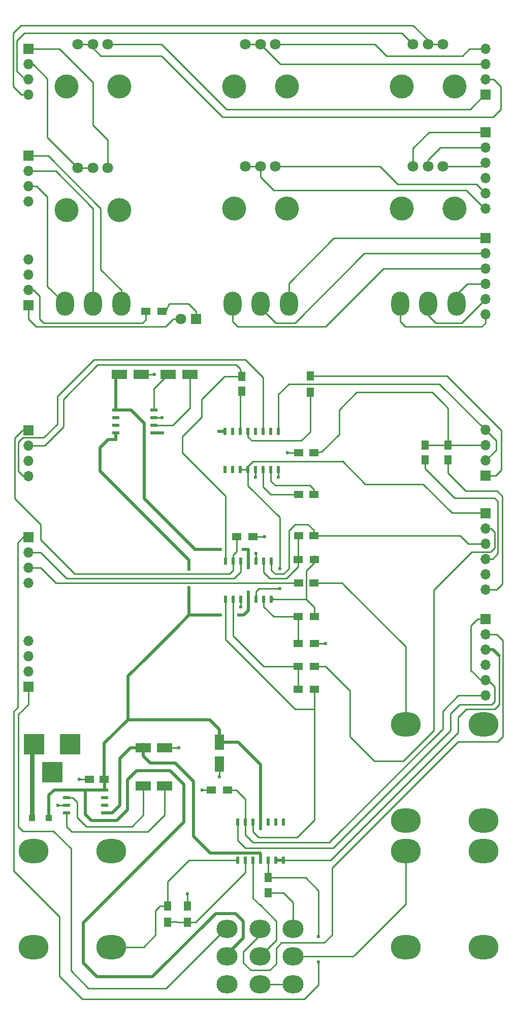
<source format=gbr>
G04 #@! TF.FileFunction,Copper,L1,Top,Signal*
%FSLAX46Y46*%
G04 Gerber Fmt 4.6, Leading zero omitted, Abs format (unit mm)*
G04 Created by KiCad (PCBNEW 4.0.7) date Sunday, 08 April 2018 'PMt' 12:22:29*
%MOMM*%
%LPD*%
G01*
G04 APERTURE LIST*
%ADD10C,0.100000*%
%ADD11R,2.600000X1.600000*%
%ADD12R,1.500000X1.250000*%
%ADD13R,1.250000X1.500000*%
%ADD14C,1.800000*%
%ADD15C,4.000000*%
%ADD16R,1.100000X1.100000*%
%ADD17R,1.800000X1.800000*%
%ADD18R,1.700000X1.700000*%
%ADD19O,1.700000X1.700000*%
%ADD20O,5.000000X4.000000*%
%ADD21R,3.500000X3.500000*%
%ADD22R,1.500000X1.300000*%
%ADD23R,1.300000X1.500000*%
%ADD24O,3.500000X3.000000*%
%ADD25O,3.000000X4.000000*%
%ADD26R,1.143000X0.508000*%
%ADD27R,0.508000X1.143000*%
%ADD28R,1.600000X2.600000*%
%ADD29C,0.600000*%
%ADD30C,0.250000*%
%ADD31C,0.500000*%
%ADD32C,0.750000*%
G04 APERTURE END LIST*
D10*
D11*
X83715000Y-173609000D03*
X80115000Y-173609000D03*
X79778000Y-111442500D03*
X76178000Y-111442500D03*
X80115000Y-179959000D03*
X83715000Y-179959000D03*
X87906000Y-111442500D03*
X84306000Y-111442500D03*
D12*
X108545000Y-146177000D03*
X106045000Y-146177000D03*
D13*
X100965000Y-197719000D03*
X100965000Y-195219000D03*
X127127000Y-123210000D03*
X127127000Y-125710000D03*
X130937000Y-123210000D03*
X130937000Y-125710000D03*
D12*
X108565000Y-124460000D03*
X106065000Y-124460000D03*
D13*
X96520000Y-111780000D03*
X96520000Y-114280000D03*
D12*
X106065000Y-131445000D03*
X108565000Y-131445000D03*
D14*
X102155000Y-56515000D03*
X99655000Y-56515000D03*
X97155000Y-56515000D03*
D15*
X104055000Y-63515000D03*
X95255000Y-63515000D03*
D16*
X64392000Y-185293000D03*
X61592000Y-185293000D03*
D17*
X88900000Y-102235000D03*
D14*
X86360000Y-102235000D03*
X130095000Y-56515000D03*
X127595000Y-56515000D03*
X125095000Y-56515000D03*
D15*
X131995000Y-63515000D03*
X123195000Y-63515000D03*
D14*
X102150000Y-76820000D03*
X99650000Y-76820000D03*
X97150000Y-76820000D03*
D15*
X104050000Y-83820000D03*
X95250000Y-83820000D03*
D18*
X60960000Y-57277000D03*
D19*
X60960000Y-59817000D03*
X60960000Y-62357000D03*
X60960000Y-64897000D03*
D18*
X137160000Y-88773000D03*
D19*
X137160000Y-91313000D03*
X137160000Y-93853000D03*
X137160000Y-96393000D03*
X137160000Y-98933000D03*
X137160000Y-101473000D03*
D18*
X60960000Y-75057000D03*
D19*
X60960000Y-77597000D03*
X60960000Y-80137000D03*
X60960000Y-82677000D03*
D18*
X137160000Y-64897000D03*
D19*
X137160000Y-62357000D03*
X137160000Y-59817000D03*
X137160000Y-57277000D03*
D18*
X137160000Y-71120000D03*
D19*
X137160000Y-73660000D03*
X137160000Y-76200000D03*
X137160000Y-78740000D03*
X137160000Y-81280000D03*
X137160000Y-83820000D03*
D20*
X123865500Y-185736500D03*
X123865500Y-169736500D03*
X136865500Y-169736500D03*
X136842500Y-185736500D03*
X123865500Y-206755000D03*
X123865500Y-190755000D03*
X136865500Y-190755000D03*
X136842500Y-206755000D03*
D18*
X60960000Y-120777000D03*
D19*
X60960000Y-123317000D03*
X60960000Y-125857000D03*
X60960000Y-128397000D03*
D18*
X137160000Y-134556500D03*
D19*
X137160000Y-137096500D03*
X137160000Y-139636500D03*
X137160000Y-142176500D03*
X137160000Y-144716500D03*
X137160000Y-147256500D03*
D18*
X60960000Y-138557000D03*
D19*
X60960000Y-141097000D03*
X60960000Y-143637000D03*
X60960000Y-146177000D03*
D18*
X137160000Y-128333500D03*
D19*
X137160000Y-125793500D03*
X137160000Y-123253500D03*
X137160000Y-120713500D03*
D18*
X137160000Y-152209500D03*
D19*
X137160000Y-154749500D03*
X137160000Y-157289500D03*
X137160000Y-159829500D03*
X137160000Y-162369500D03*
X137160000Y-164909500D03*
D20*
X74826000Y-190755000D03*
X74826000Y-206755000D03*
X61826000Y-206755000D03*
X61849000Y-190755000D03*
D21*
X67945000Y-172974000D03*
X61945000Y-172974000D03*
X64945000Y-177674000D03*
D14*
X130090000Y-76820000D03*
X127590000Y-76820000D03*
X125090000Y-76820000D03*
D15*
X131990000Y-83820000D03*
X123190000Y-83820000D03*
D22*
X94187000Y-180594000D03*
X91487000Y-180594000D03*
D23*
X84201000Y-199945000D03*
X84201000Y-202645000D03*
X87503000Y-199945000D03*
X87503000Y-202645000D03*
D22*
X98378000Y-138430000D03*
X95678000Y-138430000D03*
X105965000Y-160020000D03*
X108665000Y-160020000D03*
X108665000Y-163830000D03*
X105965000Y-163830000D03*
X105965000Y-156210000D03*
X108665000Y-156210000D03*
D14*
X74215000Y-56515000D03*
X71715000Y-56515000D03*
X69215000Y-56515000D03*
D15*
X76115000Y-63515000D03*
X67315000Y-63515000D03*
D24*
X105068000Y-212943500D03*
X99568000Y-212943500D03*
X94068000Y-212943500D03*
X105068000Y-208343500D03*
X99568000Y-208343500D03*
X94068000Y-208343500D03*
X105068000Y-203743500D03*
X99568000Y-203743500D03*
X94068000Y-203743500D03*
D25*
X127635000Y-99695000D03*
X132335000Y-99695000D03*
X122935000Y-99695000D03*
X71755000Y-99695000D03*
X76455000Y-99695000D03*
X67055000Y-99695000D03*
X99695000Y-99695000D03*
X104395000Y-99695000D03*
X94995000Y-99695000D03*
D14*
X74210000Y-77089000D03*
X71710000Y-77089000D03*
X69210000Y-77089000D03*
D15*
X76110000Y-84089000D03*
X67310000Y-84089000D03*
D26*
X73660000Y-180594000D03*
X73660000Y-181864000D03*
X73660000Y-183134000D03*
X73660000Y-184404000D03*
X67310000Y-184404000D03*
X67310000Y-183134000D03*
X67310000Y-181864000D03*
X67310000Y-180594000D03*
X75565000Y-121158000D03*
X75565000Y-119888000D03*
X75565000Y-118618000D03*
X75565000Y-117348000D03*
X81915000Y-117348000D03*
X81915000Y-118618000D03*
X81915000Y-119888000D03*
X81915000Y-121158000D03*
D27*
X93789500Y-120967500D03*
X96329500Y-120967500D03*
X97599500Y-120967500D03*
X98869500Y-120967500D03*
X100139500Y-120967500D03*
X101409500Y-120967500D03*
X102679500Y-120967500D03*
X102679500Y-127317500D03*
X101409500Y-127317500D03*
X100139500Y-127317500D03*
X98869500Y-127317500D03*
X97599500Y-127317500D03*
X96329500Y-127317500D03*
X95059500Y-127317500D03*
X93789500Y-127317500D03*
X95059500Y-120967500D03*
D12*
X71140000Y-178816000D03*
X73640000Y-178816000D03*
D18*
X60960000Y-99949000D03*
D19*
X60960000Y-97409000D03*
X60960000Y-94869000D03*
X60960000Y-92329000D03*
D18*
X60960000Y-163449000D03*
D19*
X60960000Y-160909000D03*
X60960000Y-158369000D03*
X60960000Y-155829000D03*
D22*
X83265000Y-100965000D03*
X80565000Y-100965000D03*
D28*
X92837000Y-172698000D03*
X92837000Y-176298000D03*
D12*
X108545000Y-138303000D03*
X106045000Y-138303000D03*
D22*
X108665000Y-151765000D03*
X105965000Y-151765000D03*
X105965000Y-142240000D03*
X108665000Y-142240000D03*
D23*
X107950000Y-111680000D03*
X107950000Y-114380000D03*
D27*
X103505000Y-185928000D03*
X102235000Y-185928000D03*
X100965000Y-185928000D03*
X99695000Y-185928000D03*
X98425000Y-185928000D03*
X97155000Y-185928000D03*
X95885000Y-185928000D03*
X95885000Y-192278000D03*
X97155000Y-192278000D03*
X99695000Y-192278000D03*
X100965000Y-192278000D03*
X102235000Y-192278000D03*
X103505000Y-192278000D03*
X98425000Y-192278000D03*
X93853000Y-148844000D03*
X95123000Y-148844000D03*
X96393000Y-148844000D03*
X97663000Y-148844000D03*
X98933000Y-148844000D03*
X100203000Y-148844000D03*
X101473000Y-148844000D03*
X101473000Y-142494000D03*
X100203000Y-142494000D03*
X97663000Y-142494000D03*
X96393000Y-142494000D03*
X95123000Y-142494000D03*
X93853000Y-142494000D03*
X98933000Y-142494000D03*
D29*
X89916000Y-180594000D03*
X69469000Y-178816000D03*
X65913000Y-183134000D03*
X83248500Y-118618000D03*
X102679500Y-128587500D03*
X81978500Y-111442500D03*
X104140000Y-124460000D03*
X98869500Y-128587500D03*
X96393000Y-150114000D03*
X110490000Y-156210000D03*
X92837000Y-178435000D03*
X86042500Y-173609000D03*
X87503000Y-197866000D03*
X100330000Y-138430000D03*
X98933000Y-141224000D03*
X99568000Y-191135000D03*
X96774000Y-140589000D03*
X92964000Y-140589000D03*
X97663000Y-143637000D03*
X109347000Y-204978000D03*
X109347000Y-209232500D03*
X87757000Y-143891000D03*
X87757000Y-146939000D03*
X96012000Y-151511000D03*
X92964000Y-151511000D03*
X83375500Y-121158000D03*
X75565000Y-122301000D03*
X92710000Y-120967500D03*
X97663000Y-147701000D03*
X99695000Y-187071000D03*
X102870000Y-143764000D03*
X102870000Y-147066000D03*
D30*
X100330000Y-138430000D02*
X98378000Y-138430000D01*
X98378000Y-138430000D02*
X100203000Y-138430000D01*
X108665000Y-156210000D02*
X110490000Y-156210000D01*
X91487000Y-180594000D02*
X89916000Y-180594000D01*
X71140000Y-178816000D02*
X69469000Y-178816000D01*
X67310000Y-183134000D02*
X65913000Y-183134000D01*
X81915000Y-118618000D02*
X83248500Y-118618000D01*
X102679500Y-127317500D02*
X102679500Y-128587500D01*
X79778000Y-111442500D02*
X81978500Y-111442500D01*
X106065000Y-124460000D02*
X104140000Y-124460000D01*
X98869500Y-127317500D02*
X98869500Y-128587500D01*
X96393000Y-148844000D02*
X96393000Y-150114000D01*
X92837000Y-176298000D02*
X92837000Y-178435000D01*
X83715000Y-173609000D02*
X86042500Y-173609000D01*
X87503000Y-199945000D02*
X87503000Y-197866000D01*
X98933000Y-142494000D02*
X98933000Y-141224000D01*
X98869500Y-142430500D02*
X98933000Y-142494000D01*
X83715000Y-173736000D02*
X83715000Y-173504000D01*
D31*
X99568000Y-191135000D02*
X91313000Y-191135000D01*
X88519000Y-188341000D02*
X88519000Y-179197000D01*
X85471000Y-176149000D02*
X81280000Y-176149000D01*
X91313000Y-191135000D02*
X88519000Y-188341000D01*
X88519000Y-179197000D02*
X85471000Y-176149000D01*
X81280000Y-176149000D02*
X80115000Y-174984000D01*
X80115000Y-174984000D02*
X80115000Y-173609000D01*
X99695000Y-192278000D02*
X99695000Y-191262000D01*
X99695000Y-191262000D02*
X99568000Y-191135000D01*
X73660000Y-184404000D02*
X74930000Y-184404000D01*
X74930000Y-184404000D02*
X76200000Y-183134000D01*
X76200000Y-183134000D02*
X76200000Y-175387000D01*
X76200000Y-175387000D02*
X77978000Y-173609000D01*
X77978000Y-173609000D02*
X80115000Y-173609000D01*
X80115000Y-173609000D02*
X80115000Y-173123000D01*
X80115000Y-173123000D02*
X79756000Y-173228000D01*
X80115000Y-173609000D02*
X80115000Y-172996000D01*
X97663000Y-142494000D02*
X97663000Y-140589000D01*
X97663000Y-140589000D02*
X96774000Y-140589000D01*
X97663000Y-142494000D02*
X97663000Y-142176500D01*
X92964000Y-140589000D02*
X88773000Y-140589000D01*
X80327500Y-119570500D02*
X78105000Y-117348000D01*
X88773000Y-140589000D02*
X80327500Y-132143500D01*
X80327500Y-132143500D02*
X80327500Y-119570500D01*
X78105000Y-117348000D02*
X75565000Y-117348000D01*
X75565000Y-117348000D02*
X75565000Y-112055500D01*
D30*
X75565000Y-112055500D02*
X76178000Y-111442500D01*
D31*
X97663000Y-142494000D02*
X97663000Y-143637000D01*
X76178000Y-111442500D02*
X76178000Y-111083500D01*
D30*
X80115000Y-179959000D02*
X80115000Y-184807000D01*
X78232000Y-186690000D02*
X70612000Y-186690000D01*
X70612000Y-186690000D02*
X69088000Y-185166000D01*
X80115000Y-184807000D02*
X78232000Y-186690000D01*
X68326000Y-181864000D02*
X67310000Y-181864000D01*
X69088000Y-185166000D02*
X69088000Y-182626000D01*
X69088000Y-182626000D02*
X68326000Y-181864000D01*
X80115000Y-179959000D02*
X80137000Y-179959000D01*
X67818000Y-181864000D02*
X67310000Y-181864000D01*
X83715000Y-179959000D02*
X83715000Y-184763000D01*
X83715000Y-184763000D02*
X80899000Y-187579000D01*
X80899000Y-187579000D02*
X68199000Y-187579000D01*
X68199000Y-187579000D02*
X67310000Y-186690000D01*
X67310000Y-186690000D02*
X67310000Y-184404000D01*
X83715000Y-179959000D02*
X83185000Y-179959000D01*
X67310000Y-184404000D02*
X67437000Y-184277000D01*
X81915000Y-119888000D02*
X85026500Y-119888000D01*
X87906000Y-117008500D02*
X87906000Y-111442500D01*
X85026500Y-119888000D02*
X87906000Y-117008500D01*
X87906000Y-111442500D02*
X87906000Y-111801500D01*
X81915000Y-117348000D02*
X81915000Y-113833500D01*
X81915000Y-113833500D02*
X84306000Y-111442500D01*
X113665000Y-146558000D02*
X123865500Y-156758500D01*
X108545000Y-146177000D02*
X113284000Y-146177000D01*
X113284000Y-146177000D02*
X113665000Y-146558000D01*
X123865500Y-156758500D02*
X123865500Y-169736500D01*
X123865500Y-169736500D02*
X123865500Y-168950500D01*
X123803000Y-169799000D02*
X123865500Y-169736500D01*
X104140000Y-146177000D02*
X65532000Y-146177000D01*
X104648000Y-146177000D02*
X104140000Y-146177000D01*
X104140000Y-146177000D02*
X106045000Y-146177000D01*
X65532000Y-146177000D02*
X62992000Y-143637000D01*
X62992000Y-143637000D02*
X60960000Y-143637000D01*
X100965000Y-197719000D02*
X103485000Y-197719000D01*
X105068000Y-199302000D02*
X105068000Y-203743500D01*
X103485000Y-197719000D02*
X105068000Y-199302000D01*
D31*
X100965000Y-197719000D02*
X101199000Y-197719000D01*
D30*
X109347000Y-209232500D02*
X109347000Y-213042500D01*
X109347000Y-213042500D02*
X106997500Y-215392000D01*
X106997500Y-215392000D02*
X69977000Y-215392000D01*
X66167000Y-211582000D02*
X66167000Y-201676000D01*
X69977000Y-215392000D02*
X66167000Y-211582000D01*
X66167000Y-201676000D02*
X58547000Y-194056000D01*
X58547000Y-194056000D02*
X58547000Y-167513000D01*
X58547000Y-167513000D02*
X59182000Y-166878000D01*
X59182000Y-166878000D02*
X59182000Y-139446000D01*
X59182000Y-139446000D02*
X60071000Y-138557000D01*
X60071000Y-138557000D02*
X60960000Y-138557000D01*
X107208000Y-195219000D02*
X100965000Y-195219000D01*
X109347000Y-197358000D02*
X107208000Y-195219000D01*
X109347000Y-204978000D02*
X109347000Y-197358000D01*
X100965000Y-195219000D02*
X100965000Y-192278000D01*
X130937000Y-123210000D02*
X130937000Y-117094000D01*
X130937000Y-117094000D02*
X130048000Y-116205000D01*
X108565000Y-124460000D02*
X109855000Y-124333000D01*
X128270000Y-114427000D02*
X130048000Y-116205000D01*
X115697000Y-114427000D02*
X128270000Y-114427000D01*
X112776000Y-117348000D02*
X115697000Y-114427000D01*
X109855000Y-124333000D02*
X112776000Y-121412000D01*
X112776000Y-121412000D02*
X112776000Y-117348000D01*
X127127000Y-123210000D02*
X130937000Y-123210000D01*
X127147000Y-123190000D02*
X127127000Y-123210000D01*
X130937000Y-123210000D02*
X137116500Y-123210000D01*
X137116500Y-123210000D02*
X137160000Y-123253500D01*
X137160000Y-123253500D02*
X137160000Y-123063000D01*
X131104000Y-123043000D02*
X130937000Y-123210000D01*
X108565000Y-124460000D02*
X108565000Y-123972000D01*
X127127000Y-125710000D02*
X127127000Y-127127000D01*
X132016500Y-132016500D02*
X138684000Y-132016500D01*
X127127000Y-127127000D02*
X132016500Y-132016500D01*
X138684000Y-132016500D02*
X139255500Y-132588000D01*
X139255500Y-132588000D02*
X139255500Y-141287500D01*
X139255500Y-141287500D02*
X138366500Y-142176500D01*
X138366500Y-142176500D02*
X137160000Y-142176500D01*
X127127000Y-125710000D02*
X127127000Y-125793500D01*
X130937000Y-125710000D02*
X130937000Y-127889000D01*
X130937000Y-127889000D02*
X133921500Y-130873500D01*
X139065000Y-147256500D02*
X137160000Y-147256500D01*
X133921500Y-130873500D02*
X139128500Y-130873500D01*
X139128500Y-130873500D02*
X140017500Y-131762500D01*
X140017500Y-131762500D02*
X140017500Y-146304000D01*
X140017500Y-146304000D02*
X139065000Y-147256500D01*
X137731500Y-147256500D02*
X137414000Y-147193000D01*
X137731500Y-147256500D02*
X137223500Y-147256500D01*
X132969000Y-138303000D02*
X134302500Y-139636500D01*
X134302500Y-139636500D02*
X137160000Y-139636500D01*
X108545000Y-138303000D02*
X132969000Y-138303000D01*
X101473000Y-142494000D02*
X101473000Y-144018000D01*
X101473000Y-144018000D02*
X102108000Y-144653000D01*
X102108000Y-144653000D02*
X103505000Y-144653000D01*
X103505000Y-144653000D02*
X104394000Y-143764000D01*
X104394000Y-137414000D02*
X105410000Y-136398000D01*
X104394000Y-143764000D02*
X104394000Y-137414000D01*
X105410000Y-136398000D02*
X107569000Y-136398000D01*
X107569000Y-136398000D02*
X108565000Y-137394000D01*
X108565000Y-137394000D02*
X108565000Y-138430000D01*
X137033000Y-139763500D02*
X137160000Y-139636500D01*
X108565000Y-138092500D02*
X108565000Y-138430000D01*
X102679500Y-120967500D02*
X102679500Y-114744500D01*
X102679500Y-114744500D02*
X104394000Y-113030000D01*
X104394000Y-113030000D02*
X129476500Y-113030000D01*
X129476500Y-113030000D02*
X137160000Y-120713500D01*
X137160000Y-125793500D02*
X137223500Y-125793500D01*
X137223500Y-125793500D02*
X138938000Y-124079000D01*
X138938000Y-124079000D02*
X138938000Y-122491500D01*
X138938000Y-122491500D02*
X137160000Y-120713500D01*
X137160000Y-125730000D02*
X137541000Y-125730000D01*
X60960000Y-123317000D02*
X63690500Y-123317000D01*
X63690500Y-123317000D02*
X66802000Y-120205500D01*
X66802000Y-120205500D02*
X66802000Y-115570000D01*
X66802000Y-115570000D02*
X72517000Y-109855000D01*
X72517000Y-109855000D02*
X95631000Y-109855000D01*
X95631000Y-109855000D02*
X96266000Y-110490000D01*
X96266000Y-110490000D02*
X96520000Y-111780000D01*
X93853000Y-142494000D02*
X93853000Y-131699000D01*
X93853000Y-131699000D02*
X91059000Y-128905000D01*
X96520000Y-111780000D02*
X93706000Y-111780000D01*
X86614000Y-124460000D02*
X86614000Y-121793000D01*
X91059000Y-128905000D02*
X86614000Y-124460000D01*
X86614000Y-121793000D02*
X89852500Y-118554500D01*
X93706000Y-111780000D02*
X89852500Y-115633500D01*
X89852500Y-115633500D02*
X89852500Y-118554500D01*
X93853000Y-142494000D02*
X93853000Y-142367000D01*
X96329500Y-120967500D02*
X96329500Y-114470500D01*
X96329500Y-114470500D02*
X96520000Y-114280000D01*
X100139500Y-127317500D02*
X100139500Y-130175000D01*
X101409500Y-131445000D02*
X100139500Y-130175000D01*
X106065000Y-131445000D02*
X101409500Y-131445000D01*
X105791000Y-131171000D02*
X106065000Y-131445000D01*
X108565000Y-131445000D02*
X108565000Y-130570000D01*
X108565000Y-130570000D02*
X107916000Y-129921000D01*
X107916000Y-129921000D02*
X102108000Y-129921000D01*
X101409500Y-127317500D02*
X101409500Y-129222500D01*
X101409500Y-129222500D02*
X102108000Y-129921000D01*
X102155000Y-56515000D02*
X118745000Y-56515000D01*
X134493000Y-57277000D02*
X137160000Y-57277000D01*
X133350000Y-58420000D02*
X134493000Y-57277000D01*
X120650000Y-58420000D02*
X133350000Y-58420000D01*
X118745000Y-56515000D02*
X120650000Y-58420000D01*
X137160000Y-59817000D02*
X102957000Y-59817000D01*
X102957000Y-59817000D02*
X99655000Y-56515000D01*
X97155000Y-56515000D02*
X99655000Y-56515000D01*
X99655000Y-56515000D02*
X99655000Y-57232000D01*
D31*
X70104000Y-202692000D02*
X70104000Y-209423000D01*
X70485000Y-184658000D02*
X71501000Y-185674000D01*
X70485000Y-180594000D02*
X70485000Y-184658000D01*
X71501000Y-185674000D02*
X75692000Y-185674000D01*
X77470000Y-183896000D02*
X77470000Y-178943000D01*
X75692000Y-185674000D02*
X77470000Y-183896000D01*
X96774000Y-205232000D02*
X94068000Y-207938000D01*
X78994000Y-177419000D02*
X84582000Y-177419000D01*
X77470000Y-178943000D02*
X78994000Y-177419000D01*
X86868000Y-179705000D02*
X86868000Y-185928000D01*
X84582000Y-177419000D02*
X86868000Y-179705000D01*
X95504000Y-201168000D02*
X96774000Y-202438000D01*
X94068000Y-207938000D02*
X94068000Y-208343500D01*
X86868000Y-185928000D02*
X70104000Y-202692000D01*
X70104000Y-209423000D02*
X72390000Y-211709000D01*
X72390000Y-211709000D02*
X81661000Y-211709000D01*
X81661000Y-211709000D02*
X92202000Y-201168000D01*
X92202000Y-201168000D02*
X95504000Y-201168000D01*
X96774000Y-202438000D02*
X96774000Y-205232000D01*
X77597000Y-168910000D02*
X77597000Y-161671000D01*
X85598000Y-153670000D02*
X80772000Y-158496000D01*
X80772000Y-158496000D02*
X77597000Y-161671000D01*
X85598000Y-153670000D02*
X87757000Y-151511000D01*
X87757000Y-146939000D02*
X87757000Y-151511000D01*
X87757000Y-143891000D02*
X87757000Y-142367000D01*
X87757000Y-142367000D02*
X72961500Y-127571500D01*
X75565000Y-122301000D02*
X74295000Y-122301000D01*
X72961500Y-127571500D02*
X72961500Y-123634500D01*
X72961500Y-123634500D02*
X74295000Y-122301000D01*
X87757000Y-151511000D02*
X92964000Y-151511000D01*
X96012000Y-151511000D02*
X96901000Y-151511000D01*
X97663000Y-150749000D02*
X97663000Y-148844000D01*
X96901000Y-151511000D02*
X97663000Y-150749000D01*
X81915000Y-121158000D02*
X83375500Y-121158000D01*
X75565000Y-121158000D02*
X75565000Y-122301000D01*
X93789500Y-120967500D02*
X92710000Y-120967500D01*
X97663000Y-148844000D02*
X97663000Y-147701000D01*
X92837000Y-172698000D02*
X95990000Y-172698000D01*
X99695000Y-176403000D02*
X99695000Y-185928000D01*
X95990000Y-172698000D02*
X99695000Y-176403000D01*
X99695000Y-185928000D02*
X99695000Y-187071000D01*
X92837000Y-172698000D02*
X92837000Y-170561000D01*
X92837000Y-170561000D02*
X91186000Y-168910000D01*
X77597000Y-168910000D02*
X91186000Y-168910000D01*
X73640000Y-178816000D02*
X73640000Y-172867000D01*
X73640000Y-172867000D02*
X77597000Y-168910000D01*
X64392000Y-185293000D02*
X64392000Y-181480000D01*
X64392000Y-181480000D02*
X65278000Y-180594000D01*
X73660000Y-180594000D02*
X73660000Y-178836000D01*
X73660000Y-178836000D02*
X73640000Y-178816000D01*
X65278000Y-180594000D02*
X67310000Y-180594000D01*
X67310000Y-180594000D02*
X70485000Y-180594000D01*
X70485000Y-180594000D02*
X73660000Y-180594000D01*
D30*
X86360000Y-102235000D02*
X85090000Y-102235000D01*
X60960000Y-102235000D02*
X60960000Y-99949000D01*
X62230000Y-103505000D02*
X60960000Y-102235000D01*
X83820000Y-103505000D02*
X62230000Y-103505000D01*
X85090000Y-102235000D02*
X83820000Y-103505000D01*
X127595000Y-56515000D02*
X130095000Y-56515000D01*
X127595000Y-56515000D02*
X127595000Y-55840000D01*
X127595000Y-55840000D02*
X125095000Y-53340000D01*
X125095000Y-53340000D02*
X59690000Y-53340000D01*
X59690000Y-53340000D02*
X58420000Y-54610000D01*
X58420000Y-54610000D02*
X58420000Y-63500000D01*
X58420000Y-63500000D02*
X59817000Y-64897000D01*
X59817000Y-64897000D02*
X60960000Y-64897000D01*
X60960000Y-62357000D02*
X60452000Y-62357000D01*
X60452000Y-62357000D02*
X59055000Y-60960000D01*
X123190000Y-54610000D02*
X125095000Y-56515000D01*
X60325000Y-54610000D02*
X123190000Y-54610000D01*
X59055000Y-55880000D02*
X60325000Y-54610000D01*
X59055000Y-60960000D02*
X59055000Y-55880000D01*
X125095000Y-56515000D02*
X124973000Y-56515000D01*
X60579000Y-62357000D02*
X60579000Y-62230000D01*
X102150000Y-76820000D02*
X119619000Y-76820000D01*
X135636000Y-79756000D02*
X137160000Y-81280000D01*
X122555000Y-79756000D02*
X135636000Y-79756000D01*
X119619000Y-76820000D02*
X122555000Y-79756000D01*
X97150000Y-76820000D02*
X99650000Y-76820000D01*
X137160000Y-83820000D02*
X137033000Y-83820000D01*
X137033000Y-83820000D02*
X133985000Y-80772000D01*
X133985000Y-80772000D02*
X101854000Y-80772000D01*
X101854000Y-80772000D02*
X99650000Y-78568000D01*
X99650000Y-78568000D02*
X99650000Y-76820000D01*
X95123000Y-142494000D02*
X95123000Y-141478000D01*
X95678000Y-140923000D02*
X95678000Y-138176000D01*
X95123000Y-141478000D02*
X95678000Y-140923000D01*
X60960000Y-120777000D02*
X59944000Y-120777000D01*
X58674000Y-122047000D02*
X58674000Y-132080000D01*
X59944000Y-120777000D02*
X58674000Y-122047000D01*
X58674000Y-132080000D02*
X62992000Y-136398000D01*
X62992000Y-136398000D02*
X62992000Y-138938000D01*
X62992000Y-138938000D02*
X68707000Y-144653000D01*
X68707000Y-144653000D02*
X94488000Y-144653000D01*
X94488000Y-144653000D02*
X95123000Y-144018000D01*
X95123000Y-144018000D02*
X95123000Y-142494000D01*
X95059500Y-142430500D02*
X95123000Y-142494000D01*
X100139500Y-120967500D02*
X100139500Y-111950500D01*
X65786000Y-115062000D02*
X65786000Y-119761000D01*
X100139500Y-111950500D02*
X97155000Y-108966000D01*
X97155000Y-108966000D02*
X71882000Y-108966000D01*
X71882000Y-108966000D02*
X65786000Y-115062000D01*
X59309000Y-127571500D02*
X60134500Y-128397000D01*
X60134500Y-128397000D02*
X60960000Y-128397000D01*
X65786000Y-119761000D02*
X63563500Y-121983500D01*
X60071000Y-121983500D02*
X59309000Y-122745500D01*
X63563500Y-121983500D02*
X60071000Y-121983500D01*
X59309000Y-122745500D02*
X59309000Y-127571500D01*
X102870000Y-140843000D02*
X102870000Y-135255000D01*
X102870000Y-135255000D02*
X97599500Y-129984500D01*
X97599500Y-129984500D02*
X97599500Y-127317500D01*
X98933000Y-148844000D02*
X98933000Y-147574000D01*
X99441000Y-147066000D02*
X102870000Y-147066000D01*
X98933000Y-147574000D02*
X99441000Y-147066000D01*
X102870000Y-141097000D02*
X102870000Y-140843000D01*
X102870000Y-142704736D02*
X102870000Y-140843000D01*
X102870000Y-143764000D02*
X102870000Y-142704736D01*
X97599500Y-127317500D02*
X97599500Y-126746000D01*
X97599500Y-126746000D02*
X98425000Y-125920500D01*
X113284000Y-125920500D02*
X113284000Y-125857000D01*
X98425000Y-125920500D02*
X113284000Y-125920500D01*
X137096500Y-134493000D02*
X131572000Y-134493000D01*
X131572000Y-134493000D02*
X126809500Y-129730500D01*
X137096500Y-134493000D02*
X137160000Y-134556500D01*
X126809500Y-129730500D02*
X117157500Y-129730500D01*
X117157500Y-129730500D02*
X113284000Y-125857000D01*
X97599500Y-127317500D02*
X96329500Y-127317500D01*
X138112500Y-137096500D02*
X137160000Y-137096500D01*
X138684000Y-137668000D02*
X138112500Y-137096500D01*
X138684000Y-140335000D02*
X138684000Y-137668000D01*
X138049000Y-140970000D02*
X138684000Y-140335000D01*
X134874000Y-140970000D02*
X138049000Y-140970000D01*
X128524000Y-147320000D02*
X134874000Y-140970000D01*
X128524000Y-170688000D02*
X128524000Y-147320000D01*
X123444000Y-175768000D02*
X128524000Y-170688000D01*
X118618000Y-175768000D02*
X123444000Y-175768000D01*
X114554000Y-171704000D02*
X118618000Y-175768000D01*
X114554000Y-164084000D02*
X114554000Y-171704000D01*
X110490000Y-160020000D02*
X114554000Y-164084000D01*
X108665000Y-160020000D02*
X110490000Y-160020000D01*
X73025000Y-83820000D02*
X73025000Y-93980000D01*
X64262000Y-75057000D02*
X73025000Y-83820000D01*
X60960000Y-75057000D02*
X64262000Y-75057000D01*
X76455000Y-97410000D02*
X76455000Y-99695000D01*
X73025000Y-93980000D02*
X76455000Y-97410000D01*
X71755000Y-99695000D02*
X71755000Y-83820000D01*
X65532000Y-77597000D02*
X60960000Y-77597000D01*
X71755000Y-83820000D02*
X65532000Y-77597000D01*
X64135000Y-81915000D02*
X64135000Y-96775000D01*
X64135000Y-96775000D02*
X67055000Y-99695000D01*
X60960000Y-80137000D02*
X62357000Y-80137000D01*
X62357000Y-80137000D02*
X64135000Y-81915000D01*
X107950000Y-111680000D02*
X130730000Y-111680000D01*
X130730000Y-111680000D02*
X139827000Y-120777000D01*
X139827000Y-127381000D02*
X139827000Y-120777000D01*
X137160000Y-128333500D02*
X138874500Y-128333500D01*
X139827000Y-127381000D02*
X138874500Y-128333500D01*
X107950000Y-111680000D02*
X107950000Y-111506000D01*
X125090000Y-76820000D02*
X125090000Y-73792000D01*
X127762000Y-71120000D02*
X137160000Y-71120000D01*
X125090000Y-73792000D02*
X127762000Y-71120000D01*
X127590000Y-76820000D02*
X127590000Y-75737000D01*
X129667000Y-73660000D02*
X137160000Y-73660000D01*
X127590000Y-75737000D02*
X129667000Y-73660000D01*
X130090000Y-76820000D02*
X136540000Y-76820000D01*
X136540000Y-76820000D02*
X137160000Y-76200000D01*
X130710000Y-76200000D02*
X130090000Y-76820000D01*
X123865500Y-190755000D02*
X123865500Y-199603500D01*
X105068000Y-208343500D02*
X115125500Y-208343500D01*
X115125500Y-208343500D02*
X115443000Y-208026000D01*
X115443000Y-208026000D02*
X115125500Y-208343500D01*
X123865500Y-199603500D02*
X115443000Y-208026000D01*
X105068000Y-208343500D02*
X105537000Y-208343500D01*
X96393000Y-142494000D02*
X96393000Y-144272000D01*
X96393000Y-144272000D02*
X95250000Y-145415000D01*
X95250000Y-145415000D02*
X67310000Y-145415000D01*
X62992000Y-141097000D02*
X60960000Y-141097000D01*
X67310000Y-145415000D02*
X62992000Y-141097000D01*
X137160000Y-162369500D02*
X137604500Y-162369500D01*
X138684000Y-163449000D02*
X138684000Y-165862000D01*
X137604500Y-162369500D02*
X138684000Y-163449000D01*
X138684000Y-165862000D02*
X138176000Y-166370000D01*
X132842000Y-166370000D02*
X131318000Y-167894000D01*
X138176000Y-166370000D02*
X132842000Y-166370000D01*
X131318000Y-167894000D02*
X131318000Y-170688000D01*
X97155000Y-190246000D02*
X95885000Y-188976000D01*
X131318000Y-170688000D02*
X111760000Y-190246000D01*
X95885000Y-188976000D02*
X95885000Y-185928000D01*
X111760000Y-190246000D02*
X97155000Y-190246000D01*
X137160000Y-162369500D02*
X136398000Y-162369500D01*
X136398000Y-162369500D02*
X134747000Y-160718500D01*
X135826500Y-152209500D02*
X137160000Y-152209500D01*
X134747000Y-153289000D02*
X135826500Y-152209500D01*
X134747000Y-160718500D02*
X134747000Y-153289000D01*
X99568000Y-203743500D02*
X99568000Y-204787500D01*
X132588000Y-172593000D02*
X139192000Y-172593000D01*
X111633000Y-204724000D02*
X111633000Y-193548000D01*
X98044000Y-210629500D02*
X101219000Y-210629500D01*
X99568000Y-204787500D02*
X96837500Y-207518000D01*
X140081000Y-155765500D02*
X139065000Y-154749500D01*
X140081000Y-171704000D02*
X140081000Y-155765500D01*
X102298500Y-206946500D02*
X103187500Y-206057500D01*
X96837500Y-207518000D02*
X96837500Y-209423000D01*
X96837500Y-209423000D02*
X98044000Y-210629500D01*
X101219000Y-210629500D02*
X102298500Y-209550000D01*
X139192000Y-172593000D02*
X140081000Y-171704000D01*
X102298500Y-209550000D02*
X102298500Y-206946500D01*
X111633000Y-193548000D02*
X132588000Y-172593000D01*
X103187500Y-206057500D02*
X110299500Y-206057500D01*
X110299500Y-206057500D02*
X111633000Y-204724000D01*
X139065000Y-154749500D02*
X137160000Y-154749500D01*
X99568000Y-204089000D02*
X99568000Y-203743500D01*
X100683000Y-203743500D02*
X99568000Y-203743500D01*
X103505000Y-192278000D02*
X111379000Y-192278000D01*
X111379000Y-192278000D02*
X132588000Y-171069000D01*
X132588000Y-171069000D02*
X132588000Y-168529000D01*
X132588000Y-168529000D02*
X133985000Y-167132000D01*
X133985000Y-167132000D02*
X138684000Y-167132000D01*
X138684000Y-167132000D02*
X139446000Y-166370000D01*
X139446000Y-166370000D02*
X139446000Y-158242000D01*
D31*
X138493500Y-157289500D02*
X137160000Y-157289500D01*
X139446000Y-158242000D02*
X138493500Y-157289500D01*
X102235000Y-192278000D02*
X103505000Y-192278000D01*
D30*
X97155000Y-185928000D02*
X97155000Y-188087000D01*
X97155000Y-188087000D02*
X98425000Y-189357000D01*
X98425000Y-189357000D02*
X111125000Y-189357000D01*
X111125000Y-189357000D02*
X130048000Y-170434000D01*
X130048000Y-167513000D02*
X132651500Y-164909500D01*
X130048000Y-170434000D02*
X130048000Y-167513000D01*
X132651500Y-164909500D02*
X137160000Y-164909500D01*
X94187000Y-180594000D02*
X95631000Y-180594000D01*
X97155000Y-182118000D02*
X97155000Y-185928000D01*
X95631000Y-180594000D02*
X97155000Y-182118000D01*
X84201000Y-199945000D02*
X82884000Y-199945000D01*
X82169000Y-204771000D02*
X80185000Y-206755000D01*
X82169000Y-200660000D02*
X82169000Y-204771000D01*
X82884000Y-199945000D02*
X82169000Y-200660000D01*
X84201000Y-199945000D02*
X84201000Y-195834000D01*
X74826000Y-206755000D02*
X80185000Y-206755000D01*
X95885000Y-192278000D02*
X87757000Y-192278000D01*
X87757000Y-192278000D02*
X84201000Y-195834000D01*
X87503000Y-202645000D02*
X84281000Y-202565000D01*
X84281000Y-202565000D02*
X84201000Y-202645000D01*
X87503000Y-202645000D02*
X88820000Y-202645000D01*
X97155000Y-194310000D02*
X97155000Y-192278000D01*
X88820000Y-202645000D02*
X97155000Y-194310000D01*
X105965000Y-160020000D02*
X100203000Y-160020000D01*
X100203000Y-160020000D02*
X95123000Y-154940000D01*
X95123000Y-154940000D02*
X95123000Y-148844000D01*
X105965000Y-163830000D02*
X105965000Y-160020000D01*
X108665000Y-167005000D02*
X108665000Y-185594000D01*
X108665000Y-185594000D02*
X105791000Y-188468000D01*
X105791000Y-188468000D02*
X99314000Y-188468000D01*
X99314000Y-188468000D02*
X98425000Y-187579000D01*
X98425000Y-187579000D02*
X98425000Y-185928000D01*
X93853000Y-148844000D02*
X93853000Y-155575000D01*
X93853000Y-155575000D02*
X105410000Y-167132000D01*
X105410000Y-167132000D02*
X108538000Y-167132000D01*
X108538000Y-167132000D02*
X108665000Y-167005000D01*
X108665000Y-165274000D02*
X108665000Y-167005000D01*
X108665000Y-165274000D02*
X108665000Y-163830000D01*
X93853000Y-148844000D02*
X93662500Y-148844000D01*
X108665000Y-163830000D02*
X109220000Y-163830000D01*
X105965000Y-156210000D02*
X105965000Y-151765000D01*
X105965000Y-151765000D02*
X101854000Y-151765000D01*
X100203000Y-150114000D02*
X100203000Y-148844000D01*
X101854000Y-151765000D02*
X100203000Y-150114000D01*
D31*
X100250000Y-148891000D02*
X100203000Y-148844000D01*
D30*
X99568000Y-212943500D02*
X105068000Y-212943500D01*
X99568000Y-199771000D02*
X99568000Y-199707500D01*
X102298500Y-202438000D02*
X102298500Y-205613000D01*
X99568000Y-199707500D02*
X102298500Y-202438000D01*
X98425000Y-192278000D02*
X98425000Y-198628000D01*
X98425000Y-198628000D02*
X99568000Y-199771000D01*
X102298500Y-205613000D02*
X99568000Y-208343500D01*
X99568000Y-208343500D02*
X99568000Y-208216500D01*
X99568000Y-208343500D02*
X99441000Y-208343500D01*
X60960000Y-57277000D02*
X66167000Y-57277000D01*
X66167000Y-57277000D02*
X71755000Y-62865000D01*
X74210000Y-72432000D02*
X74210000Y-77089000D01*
X71755000Y-69977000D02*
X74210000Y-72432000D01*
X71755000Y-62865000D02*
X71755000Y-69977000D01*
X69210000Y-77089000D02*
X71710000Y-77089000D01*
X60960000Y-59817000D02*
X61722000Y-59817000D01*
X61722000Y-59817000D02*
X64135000Y-62230000D01*
X64135000Y-62230000D02*
X64135000Y-72014000D01*
X64135000Y-72014000D02*
X69210000Y-77089000D01*
X137160000Y-88773000D02*
X111887000Y-88773000D01*
X104395000Y-96265000D02*
X104395000Y-99695000D01*
X111887000Y-88773000D02*
X104395000Y-96265000D01*
X99695000Y-99695000D02*
X99695000Y-100330000D01*
X99695000Y-100330000D02*
X102235000Y-102870000D01*
X116967000Y-91313000D02*
X137160000Y-91313000D01*
X105410000Y-102870000D02*
X116967000Y-91313000D01*
X102235000Y-102870000D02*
X105410000Y-102870000D01*
X99695000Y-100195000D02*
X99695000Y-99695000D01*
X137160000Y-93853000D02*
X120142000Y-93853000D01*
X94995000Y-102615000D02*
X94995000Y-99695000D01*
X95885000Y-103505000D02*
X94995000Y-102615000D01*
X110490000Y-103505000D02*
X95885000Y-103505000D01*
X120142000Y-93853000D02*
X110490000Y-103505000D01*
X132335000Y-99695000D02*
X132335000Y-98170000D01*
X132335000Y-98170000D02*
X134112000Y-96393000D01*
X134112000Y-96393000D02*
X137160000Y-96393000D01*
X132335000Y-99695000D02*
X133351000Y-99695000D01*
X136652000Y-95885000D02*
X137160000Y-96393000D01*
X127635000Y-99695000D02*
X127635000Y-101600000D01*
X127635000Y-101600000D02*
X128905000Y-102870000D01*
X133223000Y-102870000D02*
X137160000Y-98933000D01*
X128905000Y-102870000D02*
X133223000Y-102870000D01*
X127635000Y-99695000D02*
X127635000Y-100075000D01*
X122935000Y-99695000D02*
X122935000Y-102615000D01*
X137160000Y-102870000D02*
X137160000Y-101473000D01*
X136525000Y-103505000D02*
X137160000Y-102870000D01*
X123825000Y-103505000D02*
X136525000Y-103505000D01*
X122935000Y-102615000D02*
X123825000Y-103505000D01*
X137160000Y-64897000D02*
X137033000Y-64897000D01*
X137033000Y-64897000D02*
X134620000Y-67310000D01*
X83185000Y-56515000D02*
X74215000Y-56515000D01*
X93980000Y-67310000D02*
X83185000Y-56515000D01*
X134620000Y-67310000D02*
X93980000Y-67310000D01*
X137160000Y-64897000D02*
X137160000Y-65151000D01*
X71715000Y-56515000D02*
X71715000Y-57110000D01*
X71715000Y-57110000D02*
X73025000Y-58420000D01*
X138557000Y-62357000D02*
X137160000Y-62357000D01*
X139700000Y-63500000D02*
X138557000Y-62357000D01*
X139700000Y-67310000D02*
X139700000Y-63500000D01*
X138430000Y-68580000D02*
X139700000Y-67310000D01*
X93345000Y-68580000D02*
X138430000Y-68580000D01*
X83185000Y-58420000D02*
X93345000Y-68580000D01*
X73025000Y-58420000D02*
X83185000Y-58420000D01*
X69215000Y-56515000D02*
X71715000Y-56515000D01*
X83265000Y-100965000D02*
X83820000Y-100965000D01*
X83820000Y-100965000D02*
X84455000Y-99695000D01*
X84455000Y-99695000D02*
X87630000Y-99695000D01*
X87630000Y-99695000D02*
X88900000Y-100965000D01*
X88900000Y-100965000D02*
X88900000Y-102235000D01*
X88900000Y-102235000D02*
X88900000Y-101600000D01*
X60960000Y-97409000D02*
X61849000Y-97409000D01*
X80565000Y-102315000D02*
X80565000Y-100965000D01*
X80010000Y-102870000D02*
X80565000Y-102315000D01*
X63500000Y-102870000D02*
X80010000Y-102870000D01*
X62865000Y-102235000D02*
X63500000Y-102870000D01*
X62865000Y-98425000D02*
X62865000Y-102235000D01*
X61849000Y-97409000D02*
X62865000Y-98425000D01*
X60960000Y-163449000D02*
X60960000Y-166370000D01*
X60960000Y-166370000D02*
X59309000Y-168021000D01*
X65151000Y-187452000D02*
X68072000Y-190373000D01*
X68072000Y-190373000D02*
X68072000Y-210693000D01*
X59309000Y-168021000D02*
X59309000Y-186690000D01*
X59309000Y-186690000D02*
X60071000Y-187452000D01*
X60071000Y-187452000D02*
X65151000Y-187452000D01*
X68072000Y-210693000D02*
X70993000Y-213614000D01*
X70993000Y-213614000D02*
X83947000Y-213614000D01*
X83947000Y-213614000D02*
X93817500Y-203743500D01*
X93817500Y-203743500D02*
X94068000Y-203743500D01*
X105965000Y-142240000D02*
X105965000Y-138530000D01*
X105965000Y-138530000D02*
X106065000Y-138430000D01*
X100203000Y-142494000D02*
X100203000Y-144399000D01*
X100203000Y-144399000D02*
X101219000Y-145415000D01*
X101219000Y-145415000D02*
X104013000Y-145415000D01*
X104013000Y-145415000D02*
X105965000Y-143463000D01*
X105965000Y-143463000D02*
X105965000Y-141605000D01*
X106065000Y-138430000D02*
X106065000Y-138236000D01*
X107315000Y-144145000D02*
X107315000Y-148844000D01*
X108665000Y-141605000D02*
X108665000Y-142795000D01*
X108665000Y-142795000D02*
X107315000Y-144145000D01*
X107315000Y-148844000D02*
X101473000Y-148844000D01*
X108665000Y-150194000D02*
X108665000Y-151765000D01*
X107315000Y-148844000D02*
X108665000Y-150194000D01*
D31*
X101473000Y-148844000D02*
X101727000Y-148844000D01*
D30*
X107950000Y-114380000D02*
X107950000Y-121031000D01*
X106489500Y-122491500D02*
X98234500Y-122491500D01*
X107950000Y-121031000D02*
X106489500Y-122491500D01*
X98234500Y-122491500D02*
X97599500Y-121856500D01*
X97599500Y-120967500D02*
X97599500Y-121856500D01*
D32*
X61592000Y-185293000D02*
X61592000Y-173327000D01*
X61592000Y-173327000D02*
X61945000Y-172974000D01*
M02*

</source>
